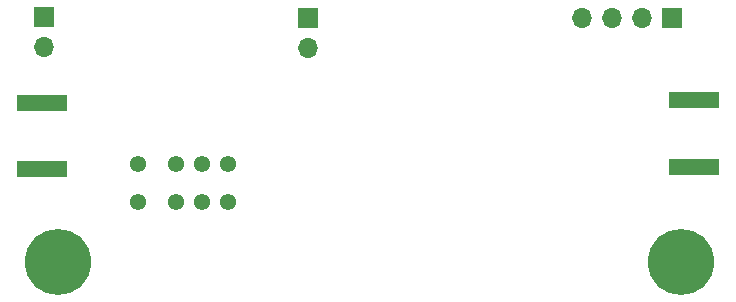
<source format=gbr>
G04 #@! TF.GenerationSoftware,KiCad,Pcbnew,8.0.1*
G04 #@! TF.CreationDate,2025-07-17T23:05:43+02:00*
G04 #@! TF.ProjectId,SDR_PreAmp_Filter_v1.1,5344525f-5072-4654-916d-705f46696c74,rev?*
G04 #@! TF.SameCoordinates,Original*
G04 #@! TF.FileFunction,Soldermask,Bot*
G04 #@! TF.FilePolarity,Negative*
%FSLAX46Y46*%
G04 Gerber Fmt 4.6, Leading zero omitted, Abs format (unit mm)*
G04 Created by KiCad (PCBNEW 8.0.1) date 2025-07-17 23:05:43*
%MOMM*%
%LPD*%
G01*
G04 APERTURE LIST*
%ADD10C,5.600000*%
%ADD11R,1.700000X1.700000*%
%ADD12O,1.700000X1.700000*%
%ADD13C,1.381000*%
%ADD14R,4.200000X1.350000*%
G04 APERTURE END LIST*
D10*
X146050000Y-139700000D03*
D11*
X145330000Y-119075000D03*
D12*
X142790000Y-119075000D03*
X140250000Y-119075000D03*
X137710000Y-119075000D03*
D13*
X100076000Y-134620000D03*
X103276000Y-134620000D03*
X105476000Y-134620000D03*
X107676000Y-134620000D03*
X107676000Y-131420000D03*
X105476000Y-131420000D03*
X103276000Y-131420000D03*
X100076000Y-131420000D03*
D10*
X93345000Y-139700000D03*
D14*
X91998800Y-126232400D03*
X91998800Y-131882400D03*
D11*
X92175000Y-118975000D03*
D12*
X92175000Y-121515000D03*
D14*
X147193000Y-131699000D03*
X147193000Y-126049000D03*
D11*
X114526000Y-119024400D03*
D12*
X114526000Y-121564400D03*
M02*

</source>
